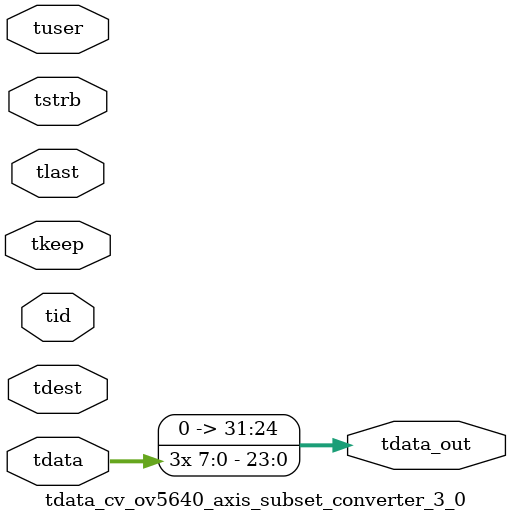
<source format=v>


`timescale 1ps/1ps

module tdata_cv_ov5640_axis_subset_converter_3_0 #
(
parameter C_S_AXIS_TDATA_WIDTH = 32,
parameter C_S_AXIS_TUSER_WIDTH = 0,
parameter C_S_AXIS_TID_WIDTH   = 0,
parameter C_S_AXIS_TDEST_WIDTH = 0,
parameter C_M_AXIS_TDATA_WIDTH = 32
)
(
input  [(C_S_AXIS_TDATA_WIDTH == 0 ? 1 : C_S_AXIS_TDATA_WIDTH)-1:0     ] tdata,
input  [(C_S_AXIS_TUSER_WIDTH == 0 ? 1 : C_S_AXIS_TUSER_WIDTH)-1:0     ] tuser,
input  [(C_S_AXIS_TID_WIDTH   == 0 ? 1 : C_S_AXIS_TID_WIDTH)-1:0       ] tid,
input  [(C_S_AXIS_TDEST_WIDTH == 0 ? 1 : C_S_AXIS_TDEST_WIDTH)-1:0     ] tdest,
input  [(C_S_AXIS_TDATA_WIDTH/8)-1:0 ] tkeep,
input  [(C_S_AXIS_TDATA_WIDTH/8)-1:0 ] tstrb,
input                                                                    tlast,
output [C_M_AXIS_TDATA_WIDTH-1:0] tdata_out
);

assign tdata_out = {tdata[7:0],tdata[7:0],tdata[7:0]};

endmodule


</source>
